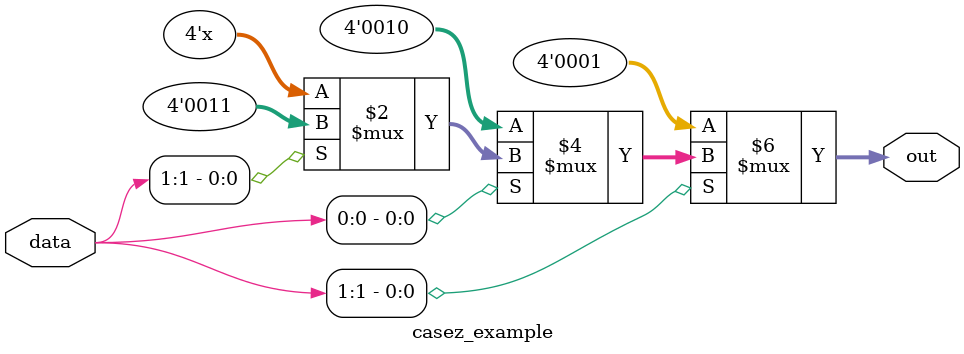
<source format=v>
module casez_example(
  input  [1:0] data,
  output reg [3:0] out); 
  always @(*) begin
    casez(data)
      2'b0z: out = 1;
      2'bz0: out = 2;
      2'b1z: out = 3;
      2'bxz: out = 4;
    endcase
  end
endmodule

</source>
